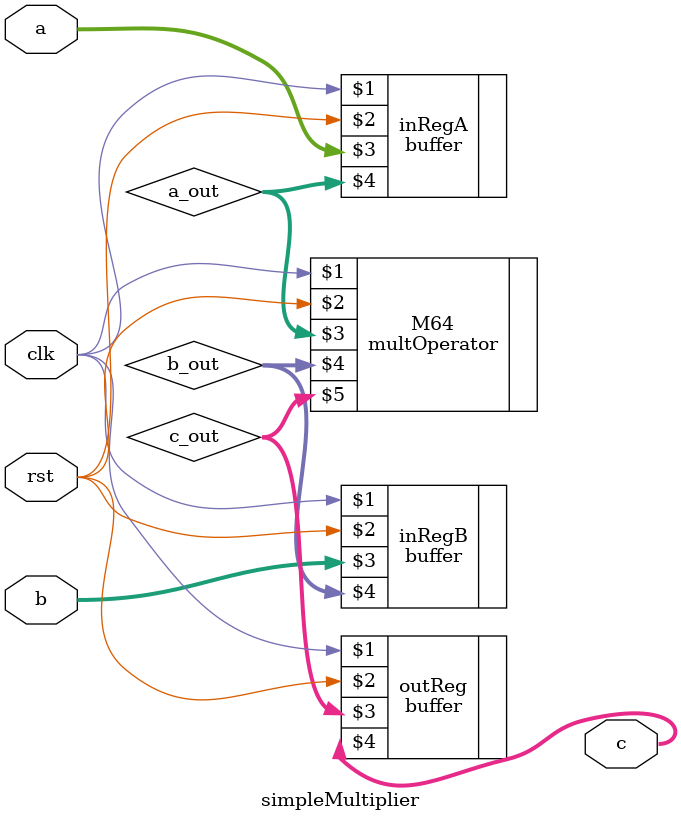
<source format=v>
module simpleMultiplier (
    input clk,
    input rst,
    input [31:0] a,
    input [31:0] b,
    output [63:0] c
);

wire [31:0] a_out;
wire [31:0] b_out;
wire [63:0] c_out;

buffer #(32) inRegA (clk, rst, a, a_out);
buffer #(32) inRegB (clk, rst, b, b_out);

multOperator M64 (clk, rst, a_out, b_out, c_out);

buffer #(64) outReg (clk, rst, c_out, c);
    
endmodule

</source>
